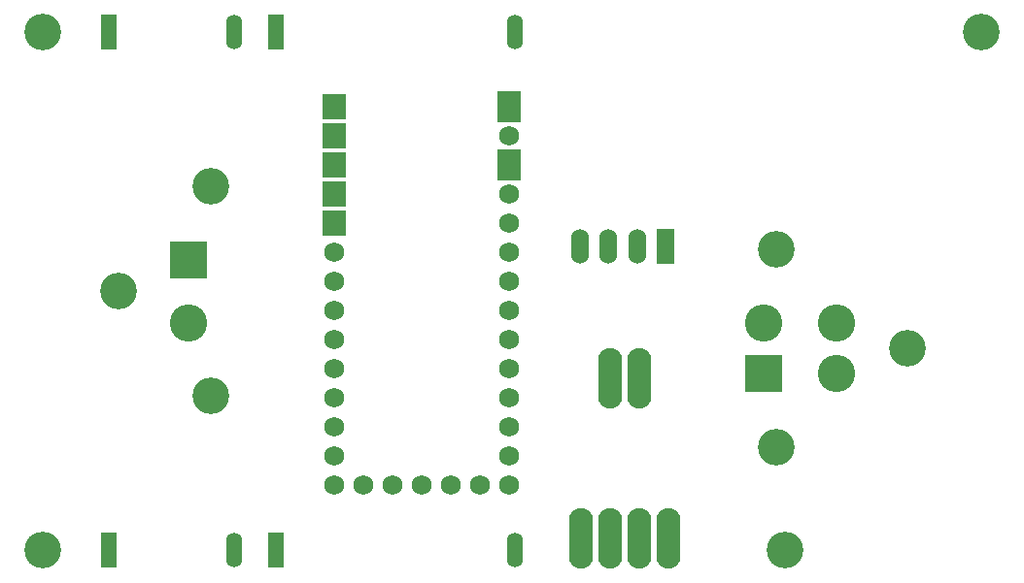
<source format=gbr>
%TF.GenerationSoftware,Altium Limited,Altium Designer,25.1.2 (22)*%
G04 Layer_Color=16711935*
%FSLAX45Y45*%
%MOMM*%
%TF.SameCoordinates,C88AD1CA-9631-45E4-BC86-71C5CE7D1C25*%
%TF.FilePolarity,Negative*%
%TF.FileFunction,Soldermask,Bot*%
%TF.Part,Single*%
G01*
G75*
%TA.AperFunction,ComponentPad*%
%ADD13O,1.52400X3.04800*%
%ADD14R,1.52400X3.04800*%
%ADD15R,1.39700X3.04800*%
%ADD16O,1.39700X3.04800*%
%ADD30C,1.72720*%
%ADD31R,2.09550X2.27330*%
%ADD32R,2.09550X2.80670*%
%ADD34C,3.19320*%
%ADD35R,3.25120X3.25120*%
%ADD36C,3.25120*%
%TA.AperFunction,ViaPad*%
%ADD37C,3.20320*%
%TA.AperFunction,ComponentPad*%
%ADD38O,2.10820X5.28320*%
D13*
X5314600Y3289300D02*
D03*
X5564600D02*
D03*
X5814600D02*
D03*
D14*
X6064600D02*
D03*
D15*
X2667000Y635000D02*
D03*
X1206500D02*
D03*
X2667000Y5156200D02*
D03*
X1206500D02*
D03*
D16*
X4750000Y635000D02*
D03*
X2306500D02*
D03*
X4750000Y5156200D02*
D03*
X2306500D02*
D03*
D30*
X3175000Y1206500D02*
D03*
Y1460500D02*
D03*
Y1714500D02*
D03*
Y1968500D02*
D03*
Y2222500D02*
D03*
Y2476500D02*
D03*
Y2730500D02*
D03*
Y2984500D02*
D03*
Y3238500D02*
D03*
X4699000Y1206500D02*
D03*
Y1460500D02*
D03*
Y1714500D02*
D03*
Y1968500D02*
D03*
Y2222500D02*
D03*
Y2476500D02*
D03*
Y2730500D02*
D03*
Y2984500D02*
D03*
Y3238500D02*
D03*
Y3492500D02*
D03*
Y3746500D02*
D03*
Y4254500D02*
D03*
X3429000Y1206500D02*
D03*
X3683000D02*
D03*
X3937000D02*
D03*
X4191000D02*
D03*
X4445000D02*
D03*
D31*
X3175000Y3492500D02*
D03*
Y3746500D02*
D03*
Y4000500D02*
D03*
Y4254500D02*
D03*
Y4508500D02*
D03*
D32*
X4699000Y4000500D02*
D03*
Y4508500D02*
D03*
D34*
X1295500Y2896700D02*
D03*
X2095500Y3812200D02*
D03*
Y1981200D02*
D03*
X7023100Y3266700D02*
D03*
Y1536700D02*
D03*
X8166100Y2401700D02*
D03*
D35*
X1905500Y3169700D02*
D03*
X6921100Y2179200D02*
D03*
D36*
X1905500Y2623700D02*
D03*
X6921100Y2624200D02*
D03*
X7556100D02*
D03*
Y2179200D02*
D03*
D37*
X635000Y635000D02*
D03*
Y5156200D02*
D03*
X8813800D02*
D03*
X7099300Y635000D02*
D03*
D38*
X6083300Y736600D02*
D03*
X5829300D02*
D03*
X5575300D02*
D03*
X5321300D02*
D03*
X5575300Y2133600D02*
D03*
X5829300D02*
D03*
%TF.MD5,9c8976c450c23457361bb5a3c337c07e*%
M02*

</source>
